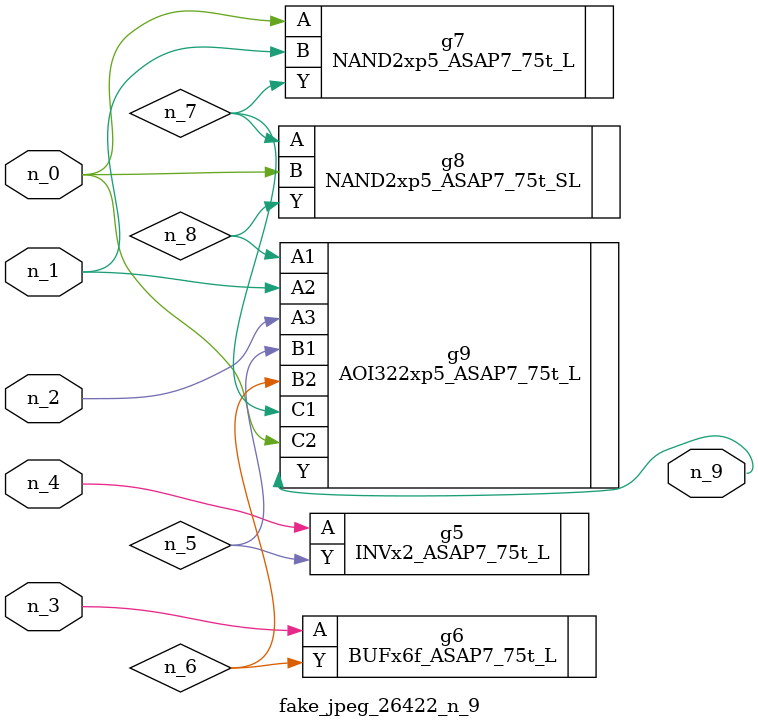
<source format=v>
module fake_jpeg_26422_n_9 (n_3, n_2, n_1, n_0, n_4, n_9);

input n_3;
input n_2;
input n_1;
input n_0;
input n_4;

output n_9;

wire n_8;
wire n_6;
wire n_5;
wire n_7;

INVx2_ASAP7_75t_L g5 ( 
.A(n_4),
.Y(n_5)
);

BUFx6f_ASAP7_75t_L g6 ( 
.A(n_3),
.Y(n_6)
);

NAND2xp5_ASAP7_75t_L g7 ( 
.A(n_0),
.B(n_1),
.Y(n_7)
);

NAND2xp5_ASAP7_75t_SL g8 ( 
.A(n_7),
.B(n_0),
.Y(n_8)
);

AOI322xp5_ASAP7_75t_L g9 ( 
.A1(n_8),
.A2(n_1),
.A3(n_2),
.B1(n_5),
.B2(n_6),
.C1(n_7),
.C2(n_0),
.Y(n_9)
);


endmodule
</source>
